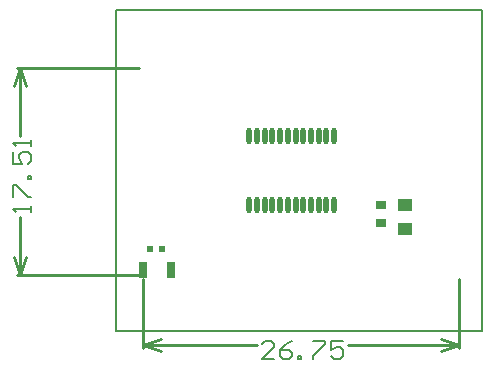
<source format=gbp>
%FSLAX25Y25*%
%MOIN*%
G70*
G01*
G75*
G04 Layer_Color=128*
%ADD10C,0.01000*%
%ADD11R,0.04843X0.05354*%
%ADD12C,0.03000*%
%ADD13C,0.00500*%
%ADD14C,0.00600*%
%ADD15O,0.06000X0.03000*%
%ADD16R,0.06000X0.03000*%
%ADD17R,0.02362X0.02362*%
%ADD18C,0.02000*%
%ADD19C,0.05000*%
%ADD20R,0.03347X0.02756*%
%ADD21R,0.05118X0.03937*%
%ADD22R,0.02559X0.05315*%
%ADD23O,0.01772X0.05709*%
%ADD24R,0.05643X0.06154*%
%ADD25O,0.06800X0.03800*%
%ADD26R,0.06800X0.03800*%
%ADD27R,0.03162X0.03162*%
%ADD28R,0.04147X0.03556*%
%ADD29R,0.05918X0.04737*%
%ADD30R,0.03359X0.06115*%
%ADD31O,0.02572X0.06509*%
D10*
X105300Y-24400D02*
Y-1250D01*
X0Y-24400D02*
Y-1250D01*
X68291Y-23400D02*
X105300D01*
X0D02*
X38100D01*
X99300Y-21400D02*
X105300Y-23400D01*
X99300Y-25400D02*
X105300Y-23400D01*
X0D02*
X6000Y-25400D01*
X0Y-23400D02*
X6000Y-21400D01*
X-42000Y0D02*
X-1250D01*
X-42000Y68946D02*
X-1250D01*
X-41000Y0D02*
Y19277D01*
Y46469D02*
Y68946D01*
Y0D02*
X-39000Y6000D01*
X-43000D02*
X-41000Y0D01*
X-43000Y62946D02*
X-41000Y68946D01*
X-39000Y62946D01*
D13*
X-9055Y-18504D02*
Y88386D01*
X-8900D02*
X112992D01*
Y-18504D02*
Y88400D01*
X-9055Y-18504D02*
X113100D01*
D14*
X43699Y-28100D02*
X39700D01*
X43699Y-24101D01*
Y-23102D01*
X42699Y-22102D01*
X40700D01*
X39700Y-23102D01*
X49697Y-22102D02*
X47697Y-23102D01*
X45698Y-25101D01*
Y-27100D01*
X46698Y-28100D01*
X48697D01*
X49697Y-27100D01*
Y-26101D01*
X48697Y-25101D01*
X45698D01*
X51696Y-28100D02*
Y-27100D01*
X52696D01*
Y-28100D01*
X51696D01*
X56695Y-22102D02*
X60693D01*
Y-23102D01*
X56695Y-27100D01*
Y-28100D01*
X66691Y-22102D02*
X62693D01*
Y-25101D01*
X64692Y-24101D01*
X65692D01*
X66691Y-25101D01*
Y-27100D01*
X65692Y-28100D01*
X63692D01*
X62693Y-27100D01*
X-37401Y20877D02*
Y22876D01*
Y21877D01*
X-43399D01*
X-42399Y20877D01*
X-43399Y25875D02*
Y29874D01*
X-42399D01*
X-38401Y25875D01*
X-37401D01*
Y31873D02*
X-38401D01*
Y32873D01*
X-37401D01*
Y31873D01*
X-43399Y40870D02*
Y36872D01*
X-40400D01*
X-41400Y38871D01*
Y39871D01*
X-40400Y40870D01*
X-38401D01*
X-37401Y39871D01*
Y37871D01*
X-38401Y36872D01*
X-37401Y42870D02*
Y44869D01*
Y43869D01*
X-43399D01*
X-42399Y42870D01*
D17*
X6300Y8700D02*
D03*
X2363D02*
D03*
D20*
X79500Y17400D02*
D03*
Y23305D02*
D03*
D21*
X87500Y15500D02*
D03*
Y23374D02*
D03*
D22*
X9449Y1700D02*
D03*
X0D02*
D03*
D23*
X35525Y46457D02*
D03*
X38084D02*
D03*
X40643D02*
D03*
X43202D02*
D03*
X45761D02*
D03*
X48320D02*
D03*
X50880D02*
D03*
X53439D02*
D03*
X55998D02*
D03*
X58557D02*
D03*
X61116D02*
D03*
X63675D02*
D03*
X35525Y23425D02*
D03*
X38084D02*
D03*
X40643D02*
D03*
X43202D02*
D03*
X45761D02*
D03*
X48320D02*
D03*
X50880D02*
D03*
X53439D02*
D03*
X55998D02*
D03*
X58557D02*
D03*
X61116D02*
D03*
X63675D02*
D03*
M02*

</source>
